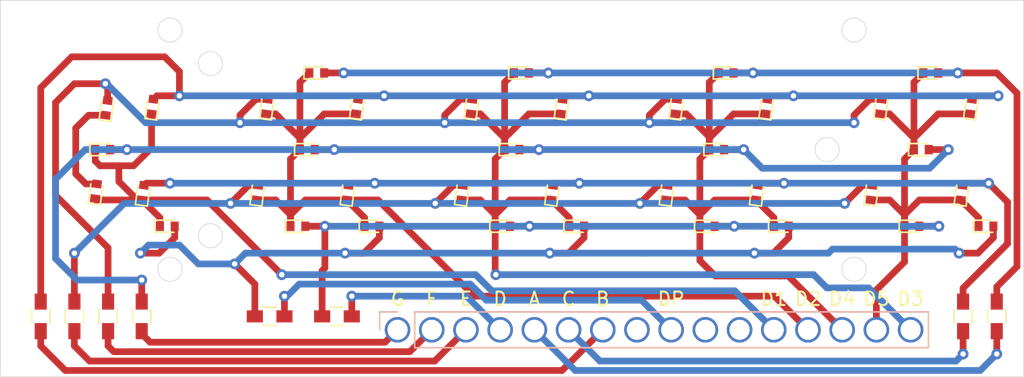
<source format=kicad_pcb>
(kicad_pcb (version 20221018) (generator pcbnew)
  (layers (0 "F.Cu" signal) (31 "B.Cu" signal) (34 "B.Paste" user) (35 "F.Paste" user) (36 "B.SilkS" user "B.Silkscreen") (37 "F.SilkS" user "F.Silkscreen") (38 "B.Mask" user) (39 "F.Mask" user) (44 "Edge.Cuts" user))
  (net 0 "")
  (net 1 "Net-(J1-Pad8)")
  (net 2 "Net-(J1-Pad10)")
  (net 3 "Net-(J1-Pad11)")
  (net 4 "D5")
  (net 5 "A")
  (net 6 "F")
  (net 7 "G")
  (net 8 "E")
  (net 9 "B")
  (net 10 "DP")
  (net 11 "C")
  (net 12 "D")
  (net 13 "D4")
  (net 14 "D1")
  (net 15 "D3")
  (net 16 "D2")
  (net 17 "Net-(D35-Pad1)")
  (net 18 "Net-(J1-Pad1)")
  (net 19 "Net-(J1-Pad2)")
  (net 20 "Net-(J1-Pad3)")
  (net 21 "Net-(J1-Pad4)")
  (net 22 "Net-(J1-Pad5)")
  (net 23 "Net-(J1-Pad6)")
  (net 24 "Net-(J1-Pad7)")
  (net 25 "Net-(J1-Pad9)")
  (footprint "LEDs:LED_0402" (layer "F.Cu") (at 89.1 25.4)
    (fp_text reference "D1" hide)
    (fp_text value "LED")
    (pad "1" smd rect (at -0.55 0 180) (size 0.6 0.7) (layers "F.Cu" "F.Paste" "F.Mask") (net 4 "D5"))
    (pad "2" smd rect (at 0.55 0 180) (size 0.6 0.7) (layers "F.Cu" "F.Paste" "F.Mask") (net 5 "A"))
  )
  (footprint "LEDs:LED_0402" (layer "F.Cu") (at 85.4 27.9 82.5)
    (fp_text reference "D2" hide)
    (fp_text value "LED")
    (pad "1" smd rect (at -0.55 0 262.5) (size 0.6 0.7) (layers "F.Cu" "F.Paste" "F.Mask") (net 4 "D5"))
    (pad "2" smd rect (at 0.55 0 262.5) (size 0.6 0.7) (layers "F.Cu" "F.Paste" "F.Mask") (net 6 "F"))
  )
  (footprint "LEDs:LED_0402" (layer "F.Cu") (at 88.4 31.1)
    (fp_text reference "D3" hide)
    (fp_text value "LED")
    (pad "1" smd rect (at -0.55 0 180) (size 0.6 0.7) (layers "F.Cu" "F.Paste" "F.Mask") (net 4 "D5"))
    (pad "2" smd rect (at 0.55 0 180) (size 0.6 0.7) (layers "F.Cu" "F.Paste" "F.Mask") (net 7 "G"))
  )
  (footprint "LEDs:LED_0402" (layer "F.Cu") (at 84.7 34.3 82.5)
    (fp_text reference "D4" hide)
    (fp_text value "LED")
    (pad "1" smd rect (at -0.55 0 262.5) (size 0.6 0.7) (layers "F.Cu" "F.Paste" "F.Mask") (net 4 "D5"))
    (pad "2" smd rect (at 0.55 0 262.5) (size 0.6 0.7) (layers "F.Cu" "F.Paste" "F.Mask") (net 8 "E"))
  )
  (footprint "LEDs:LED_0402" (layer "F.Cu") (at 92.1 27.9 82.5)
    (fp_text reference "D5" hide)
    (fp_text value "LED")
    (pad "1" smd rect (at -0.55 0 262.5) (size 0.6 0.7) (layers "F.Cu" "F.Paste" "F.Mask") (net 4 "D5"))
    (pad "2" smd rect (at 0.55 0 262.5) (size 0.6 0.7) (layers "F.Cu" "F.Paste" "F.Mask") (net 9 "B"))
  )
  (footprint "LEDs:LED_0402" (layer "F.Cu") (at 93.2 36.8)
    (fp_text reference "D6" hide)
    (fp_text value "LED")
    (pad "1" smd rect (at -0.55 0 180) (size 0.6 0.7) (layers "F.Cu" "F.Paste" "F.Mask") (net 4 "D5"))
    (pad "2" smd rect (at 0.55 0 180) (size 0.6 0.7) (layers "F.Cu" "F.Paste" "F.Mask") (net 10 "DP"))
  )
  (footprint "LEDs:LED_0402" (layer "F.Cu") (at 91.4 34.3 82.5)
    (fp_text reference "D7" hide)
    (fp_text value "LED")
    (pad "1" smd rect (at -0.55 0 262.5) (size 0.6 0.7) (layers "F.Cu" "F.Paste" "F.Mask") (net 4 "D5"))
    (pad "2" smd rect (at 0.55 0 262.5) (size 0.6 0.7) (layers "F.Cu" "F.Paste" "F.Mask") (net 11 "C"))
  )
  (footprint "LEDs:LED_0402" (layer "F.Cu") (at 87.7 36.8)
    (fp_text reference "D8" hide)
    (fp_text value "LED")
    (pad "1" smd rect (at -0.55 0 180) (size 0.6 0.7) (layers "F.Cu" "F.Paste" "F.Mask") (net 4 "D5"))
    (pad "2" smd rect (at 0.55 0 180) (size 0.6 0.7) (layers "F.Cu" "F.Paste" "F.Mask") (net 12 "D"))
  )
  (footprint "LEDs:LED_0402" (layer "F.Cu") (at 73.9 25.4)
    (fp_text reference "D9" hide)
    (fp_text value "LED")
    (pad "1" smd rect (at -0.55 0 180) (size 0.6 0.7) (layers "F.Cu" "F.Paste" "F.Mask") (net 13 "D4"))
    (pad "2" smd rect (at 0.55 0 180) (size 0.6 0.7) (layers "F.Cu" "F.Paste" "F.Mask") (net 5 "A"))
  )
  (footprint "LEDs:LED_0402" (layer "F.Cu") (at 70.2 27.9 82.5)
    (fp_text reference "D10" hide)
    (fp_text value "LED")
    (pad "1" smd rect (at -0.55 0 262.5) (size 0.6 0.7) (layers "F.Cu" "F.Paste" "F.Mask") (net 13 "D4"))
    (pad "2" smd rect (at 0.55 0 262.5) (size 0.6 0.7) (layers "F.Cu" "F.Paste" "F.Mask") (net 6 "F"))
  )
  (footprint "LEDs:LED_0402" (layer "F.Cu") (at 76.9 27.9 82.5)
    (fp_text reference "D11" hide)
    (fp_text value "LED")
    (pad "1" smd rect (at -0.55 0 262.5) (size 0.6 0.7) (layers "F.Cu" "F.Paste" "F.Mask") (net 13 "D4"))
    (pad "2" smd rect (at 0.55 0 262.5) (size 0.6 0.7) (layers "F.Cu" "F.Paste" "F.Mask") (net 9 "B"))
  )
  (footprint "LEDs:LED_0402" (layer "F.Cu") (at 73.2 31.1)
    (fp_text reference "D12" hide)
    (fp_text value "LED")
    (pad "1" smd rect (at -0.55 0 180) (size 0.6 0.7) (layers "F.Cu" "F.Paste" "F.Mask") (net 13 "D4"))
    (pad "2" smd rect (at 0.55 0 180) (size 0.6 0.7) (layers "F.Cu" "F.Paste" "F.Mask") (net 7 "G"))
  )
  (footprint "LEDs:LED_0402" (layer "F.Cu") (at 69.5 34.3 82.5)
    (fp_text reference "D13" hide)
    (fp_text value "LED")
    (pad "1" smd rect (at -0.55 0 262.5) (size 0.6 0.7) (layers "F.Cu" "F.Paste" "F.Mask") (net 13 "D4"))
    (pad "2" smd rect (at 0.55 0 262.5) (size 0.6 0.7) (layers "F.Cu" "F.Paste" "F.Mask") (net 8 "E"))
  )
  (footprint "LEDs:LED_0402" (layer "F.Cu") (at 76.2 34.3 82.5)
    (fp_text reference "D14" hide)
    (fp_text value "LED")
    (pad "1" smd rect (at -0.55 0 262.5) (size 0.6 0.7) (layers "F.Cu" "F.Paste" "F.Mask") (net 13 "D4"))
    (pad "2" smd rect (at 0.55 0 262.5) (size 0.6 0.7) (layers "F.Cu" "F.Paste" "F.Mask") (net 11 "C"))
  )
  (footprint "LEDs:LED_0402" (layer "F.Cu") (at 72.5 36.8)
    (fp_text reference "D15" hide)
    (fp_text value "LED")
    (pad "1" smd rect (at -0.55 0 180) (size 0.6 0.7) (layers "F.Cu" "F.Paste" "F.Mask") (net 13 "D4"))
    (pad "2" smd rect (at 0.55 0 180) (size 0.6 0.7) (layers "F.Cu" "F.Paste" "F.Mask") (net 12 "D"))
  )
  (footprint "LEDs:LED_0402" (layer "F.Cu") (at 78 36.8)
    (fp_text reference "D16" hide)
    (fp_text value "LED")
    (pad "1" smd rect (at -0.55 0 180) (size 0.6 0.7) (layers "F.Cu" "F.Paste" "F.Mask") (net 13 "D4"))
    (pad "2" smd rect (at 0.55 0 180) (size 0.6 0.7) (layers "F.Cu" "F.Paste" "F.Mask") (net 10 "DP"))
  )
  (footprint "LEDs:LED_0402" (layer "F.Cu") (at 31.3 27.9 82.5)
    (fp_text reference "D17" hide)
    (fp_text value "LED")
    (pad "1" smd rect (at -0.55 0 262.5) (size 0.6 0.7) (layers "F.Cu" "F.Paste" "F.Mask") (net 14 "D1"))
    (pad "2" smd rect (at 0.55 0 262.5) (size 0.6 0.7) (layers "F.Cu" "F.Paste" "F.Mask") (net 9 "B"))
  )
  (footprint "LEDs:LED_0402" (layer "F.Cu") (at 61.7 27.9 82.5)
    (fp_text reference "D18" hide)
    (fp_text value "LED")
    (pad "1" smd rect (at -0.55 0 262.5) (size 0.6 0.7) (layers "F.Cu" "F.Paste" "F.Mask") (net 15 "D3"))
    (pad "2" smd rect (at 0.55 0 262.5) (size 0.6 0.7) (layers "F.Cu" "F.Paste" "F.Mask") (net 9 "B"))
  )
  (footprint "LEDs:LED_0402" (layer "F.Cu") (at 58.7 25.4)
    (fp_text reference "D19" hide)
    (fp_text value "LED")
    (pad "1" smd rect (at -0.55 0 180) (size 0.6 0.7) (layers "F.Cu" "F.Paste" "F.Mask") (net 15 "D3"))
    (pad "2" smd rect (at 0.55 0 180) (size 0.6 0.7) (layers "F.Cu" "F.Paste" "F.Mask") (net 5 "A"))
  )
  (footprint "LEDs:LED_0402" (layer "F.Cu") (at 43.5 25.4)
    (fp_text reference "D20" hide)
    (fp_text value "LED")
    (pad "1" smd rect (at -0.55 0 180) (size 0.6 0.7) (layers "F.Cu" "F.Paste" "F.Mask") (net 16 "D2"))
    (pad "2" smd rect (at 0.55 0 180) (size 0.6 0.7) (layers "F.Cu" "F.Paste" "F.Mask") (net 5 "A"))
  )
  (footprint "LEDs:LED_0402" (layer "F.Cu") (at 55 27.9 82.5)
    (fp_text reference "D21" hide)
    (fp_text value "LED")
    (pad "1" smd rect (at -0.55 0 262.5) (size 0.6 0.7) (layers "F.Cu" "F.Paste" "F.Mask") (net 15 "D3"))
    (pad "2" smd rect (at 0.55 0 262.5) (size 0.6 0.7) (layers "F.Cu" "F.Paste" "F.Mask") (net 6 "F"))
  )
  (footprint "LEDs:LED_0402" (layer "F.Cu") (at 58 31.1)
    (fp_text reference "D22" hide)
    (fp_text value "LED")
    (pad "1" smd rect (at -0.55 0 180) (size 0.6 0.7) (layers "F.Cu" "F.Paste" "F.Mask") (net 15 "D3"))
    (pad "2" smd rect (at 0.55 0 180) (size 0.6 0.7) (layers "F.Cu" "F.Paste" "F.Mask") (net 7 "G"))
  )
  (footprint "LEDs:LED_0402" (layer "F.Cu") (at 61 34.3 82.5)
    (fp_text reference "D23" hide)
    (fp_text value "LED")
    (pad "1" smd rect (at -0.55 0 262.5) (size 0.6 0.7) (layers "F.Cu" "F.Paste" "F.Mask") (net 15 "D3"))
    (pad "2" smd rect (at 0.55 0 262.5) (size 0.6 0.7) (layers "F.Cu" "F.Paste" "F.Mask") (net 11 "C"))
  )
  (footprint "LEDs:LED_0402" (layer "F.Cu") (at 54.3 34.3 82.5)
    (fp_text reference "D24" hide)
    (fp_text value "LED")
    (pad "1" smd rect (at -0.55 0 262.5) (size 0.6 0.7) (layers "F.Cu" "F.Paste" "F.Mask") (net 15 "D3"))
    (pad "2" smd rect (at 0.55 0 262.5) (size 0.6 0.7) (layers "F.Cu" "F.Paste" "F.Mask") (net 8 "E"))
  )
  (footprint "LEDs:LED_0402" (layer "F.Cu") (at 57.3 36.8)
    (fp_text reference "D25" hide)
    (fp_text value "LED")
    (pad "1" smd rect (at -0.55 0 180) (size 0.6 0.7) (layers "F.Cu" "F.Paste" "F.Mask") (net 15 "D3"))
    (pad "2" smd rect (at 0.55 0 180) (size 0.6 0.7) (layers "F.Cu" "F.Paste" "F.Mask") (net 12 "D"))
  )
  (footprint "LEDs:LED_0402" (layer "F.Cu") (at 62.8 36.8)
    (fp_text reference "D26" hide)
    (fp_text value "LED")
    (pad "1" smd rect (at -0.55 0 180) (size 0.6 0.7) (layers "F.Cu" "F.Paste" "F.Mask") (net 15 "D3"))
    (pad "2" smd rect (at 0.55 0 180) (size 0.6 0.7) (layers "F.Cu" "F.Paste" "F.Mask") (net 10 "DP"))
  )
  (footprint "LEDs:LED_0402" (layer "F.Cu") (at 46.5 27.9 82.5)
    (fp_text reference "D27" hide)
    (fp_text value "LED")
    (pad "1" smd rect (at -0.55 0 262.5) (size 0.6 0.7) (layers "F.Cu" "F.Paste" "F.Mask") (net 16 "D2"))
    (pad "2" smd rect (at 0.55 0 262.5) (size 0.6 0.7) (layers "F.Cu" "F.Paste" "F.Mask") (net 9 "B"))
  )
  (footprint "LEDs:LED_0402" (layer "F.Cu") (at 42.8 31.1)
    (fp_text reference "D28" hide)
    (fp_text value "LED")
    (pad "1" smd rect (at -0.55 0 180) (size 0.6 0.7) (layers "F.Cu" "F.Paste" "F.Mask") (net 16 "D2"))
    (pad "2" smd rect (at 0.55 0 180) (size 0.6 0.7) (layers "F.Cu" "F.Paste" "F.Mask") (net 7 "G"))
  )
  (footprint "LEDs:LED_0402" (layer "F.Cu") (at 39.8 27.9 82.5)
    (fp_text reference "D29" hide)
    (fp_text value "LED")
    (pad "1" smd rect (at -0.55 0 262.5) (size 0.6 0.7) (layers "F.Cu" "F.Paste" "F.Mask") (net 16 "D2"))
    (pad "2" smd rect (at 0.55 0 262.5) (size 0.6 0.7) (layers "F.Cu" "F.Paste" "F.Mask") (net 6 "F"))
  )
  (footprint "LEDs:LED_0402" (layer "F.Cu") (at 45.8 34.3 82.5)
    (fp_text reference "D30" hide)
    (fp_text value "LED")
    (pad "1" smd rect (at -0.55 0 262.5) (size 0.6 0.7) (layers "F.Cu" "F.Paste" "F.Mask") (net 16 "D2"))
    (pad "2" smd rect (at 0.55 0 262.5) (size 0.6 0.7) (layers "F.Cu" "F.Paste" "F.Mask") (net 11 "C"))
  )
  (footprint "LEDs:LED_0402" (layer "F.Cu") (at 39.1 34.3 82.5)
    (fp_text reference "D31" hide)
    (fp_text value "LED")
    (pad "1" smd rect (at -0.55 0 262.5) (size 0.6 0.7) (layers "F.Cu" "F.Paste" "F.Mask") (net 16 "D2"))
    (pad "2" smd rect (at 0.55 0 262.5) (size 0.6 0.7) (layers "F.Cu" "F.Paste" "F.Mask") (net 8 "E"))
  )
  (footprint "LEDs:LED_0402" (layer "F.Cu") (at 42.1 36.8)
    (fp_text reference "D32" hide)
    (fp_text value "LED")
    (pad "1" smd rect (at -0.55 0 180) (size 0.6 0.7) (layers "F.Cu" "F.Paste" "F.Mask") (net 16 "D2"))
    (pad "2" smd rect (at 0.55 0 180) (size 0.6 0.7) (layers "F.Cu" "F.Paste" "F.Mask") (net 12 "D"))
  )
  (footprint "LEDs:LED_0402" (layer "F.Cu") (at 47.6 36.8)
    (fp_text reference "D33" hide)
    (fp_text value "LED")
    (pad "1" smd rect (at -0.55 0 180) (size 0.6 0.7) (layers "F.Cu" "F.Paste" "F.Mask") (net 16 "D2"))
    (pad "2" smd rect (at 0.55 0 180) (size 0.6 0.7) (layers "F.Cu" "F.Paste" "F.Mask") (net 10 "DP"))
  )
  (footprint "LEDs:LED_0402" (layer "F.Cu") (at 30.6 34.3 82.5)
    (fp_text reference "D34" hide)
    (fp_text value "LED")
    (pad "1" smd rect (at -0.55 0 262.5) (size 0.6 0.7) (layers "F.Cu" "F.Paste" "F.Mask") (net 14 "D1"))
    (pad "2" smd rect (at 0.55 0 262.5) (size 0.6 0.7) (layers "F.Cu" "F.Paste" "F.Mask") (net 11 "C"))
  )
  (footprint "LEDs:LED_0402" (layer "F.Cu") (at 27.9 28 82.5)
    (fp_text reference "D35" hide)
    (fp_text value "LED")
    (pad "1" smd rect (at -0.55 0 262.5) (size 0.6 0.7) (layers "F.Cu" "F.Paste" "F.Mask") (net 17 "Net-(D35-Pad1)"))
    (pad "2" smd rect (at 0.55 0 262.5) (size 0.6 0.7) (layers "F.Cu" "F.Paste" "F.Mask") (net 6 "F"))
  )
  (footprint "LEDs:LED_0402" (layer "F.Cu") (at 27.1 34.2 82.5)
    (fp_text reference "D36" hide)
    (fp_text value "LED")
    (pad "1" smd rect (at -0.55 0 262.5) (size 0.6 0.7) (layers "F.Cu" "F.Paste" "F.Mask") (net 14 "D1"))
    (pad "2" smd rect (at 0.55 0 262.5) (size 0.6 0.7) (layers "F.Cu" "F.Paste" "F.Mask") (net 17 "Net-(D35-Pad1)"))
  )
  (footprint "LEDs:LED_0402" (layer "F.Cu") (at 32.4 36.8)
    (fp_text reference "D37" hide)
    (fp_text value "LED")
    (pad "1" smd rect (at -0.55 0 180) (size 0.6 0.7) (layers "F.Cu" "F.Paste" "F.Mask") (net 14 "D1"))
    (pad "2" smd rect (at 0.55 0 180) (size 0.6 0.7) (layers "F.Cu" "F.Paste" "F.Mask") (net 10 "DP"))
  )
  (footprint "LEDs:LED_0402" (layer "F.Cu") (at 27.6 31.1)
    (fp_text reference "D38" hide)
    (fp_text value "LED")
    (pad "1" smd rect (at -0.55 0 180) (size 0.6 0.7) (layers "F.Cu" "F.Paste" "F.Mask") (net 14 "D1"))
    (pad "2" smd rect (at 0.55 0 180) (size 0.6 0.7) (layers "F.Cu" "F.Paste" "F.Mask") (net 7 "G"))
  )
  (footprint "Resistors_SMD:R_0603_HandSoldering" (layer "F.Cu") (at 30.5 43.5 -90)
    (fp_text reference "R1" hide)
    (fp_text value "2.2k")
    (pad "1" smd rect (at -1.1 0 270) (size 1.2 0.9) (layers "F.Cu" "F.Paste" "F.Mask") (net 7 "G"))
    (pad "2" smd rect (at 1.1 0 270) (size 1.2 0.9) (layers "F.Cu" "F.Paste" "F.Mask") (net 18 "Net-(J1-Pad1)"))
  )
  (footprint "Resistors_SMD:R_0603_HandSoldering" (layer "F.Cu") (at 28 43.5 -90)
    (fp_text reference "R2" hide)
    (fp_text value "2.2k")
    (pad "1" smd rect (at -1.1 0 270) (size 1.2 0.9) (layers "F.Cu" "F.Paste" "F.Mask") (net 6 "F"))
    (pad "2" smd rect (at 1.1 0 270) (size 1.2 0.9) (layers "F.Cu" "F.Paste" "F.Mask") (net 19 "Net-(J1-Pad2)"))
  )
  (footprint "Resistors_SMD:R_0603_HandSoldering" (layer "F.Cu") (at 25.5 43.5 -90)
    (fp_text reference "R3" hide)
    (fp_text value "2.2k")
    (pad "1" smd rect (at -1.1 0 270) (size 1.2 0.9) (layers "F.Cu" "F.Paste" "F.Mask") (net 8 "E"))
    (pad "2" smd rect (at 1.1 0 270) (size 1.2 0.9) (layers "F.Cu" "F.Paste" "F.Mask") (net 20 "Net-(J1-Pad3)"))
  )
  (footprint "Resistors_SMD:R_0603_HandSoldering" (layer "F.Cu") (at 45 43.5)
    (fp_text reference "R4" hide)
    (fp_text value "2.2k")
    (pad "1" smd rect (at -1.1 0) (size 1.2 0.9) (layers "F.Cu" "F.Paste" "F.Mask") (net 12 "D"))
    (pad "2" smd rect (at 1.1 0) (size 1.2 0.9) (layers "F.Cu" "F.Paste" "F.Mask") (net 21 "Net-(J1-Pad4)"))
  )
  (footprint "Resistors_SMD:R_0603_HandSoldering" (layer "F.Cu") (at 94 43.5 -90)
    (fp_text reference "R5" hide)
    (fp_text value "2.2k")
    (pad "1" smd rect (at -1.1 0 270) (size 1.2 0.9) (layers "F.Cu" "F.Paste" "F.Mask") (net 5 "A"))
    (pad "2" smd rect (at 1.1 0 270) (size 1.2 0.9) (layers "F.Cu" "F.Paste" "F.Mask") (net 22 "Net-(J1-Pad5)"))
  )
  (footprint "Resistors_SMD:R_0603_HandSoldering" (layer "F.Cu") (at 91.5 43.5 -90)
    (fp_text reference "R6" hide)
    (fp_text value "2.2k")
    (pad "1" smd rect (at -1.1 0 270) (size 1.2 0.9) (layers "F.Cu" "F.Paste" "F.Mask") (net 11 "C"))
    (pad "2" smd rect (at 1.1 0 270) (size 1.2 0.9) (layers "F.Cu" "F.Paste" "F.Mask") (net 23 "Net-(J1-Pad6)"))
  )
  (footprint "Resistors_SMD:R_0603_HandSoldering" (layer "F.Cu") (at 23 43.5 -90)
    (fp_text reference "R7" hide)
    (fp_text value "2.2k")
    (pad "1" smd rect (at -1.1 0 270) (size 1.2 0.9) (layers "F.Cu" "F.Paste" "F.Mask") (net 9 "B"))
    (pad "2" smd rect (at 1.1 0 270) (size 1.2 0.9) (layers "F.Cu" "F.Paste" "F.Mask") (net 24 "Net-(J1-Pad7)"))
  )
  (footprint "Resistors_SMD:R_0603_HandSoldering" (layer "F.Cu") (at 40 43.5)
    (fp_text reference "R8" hide)
    (fp_text value "2.2k")
    (pad "1" smd rect (at -1.1 0) (size 1.2 0.9) (layers "F.Cu" "F.Paste" "F.Mask") (net 10 "DP"))
    (pad "2" smd rect (at 1.1 0) (size 1.2 0.9) (layers "F.Cu" "F.Paste" "F.Mask") (net 25 "Net-(J1-Pad9)"))
  )
  (footprint "Pin_Headers:Pin_Header_Straight_1x16_Pitch2.54mm" (layer "B.Cu") (at 49.5 44.5 -90)
    (fp_text reference "J1" hide)
    (fp_text value "Conn_01x16" hide)
    (pad "1" thru_hole circle (at 0 0 270) (size 1.9 1.9) (drill 1.5) (layers "*.Cu" "*.Mask") (net 18 "Net-(J1-Pad1)"))
    (pad "2" thru_hole oval (at 0 -2.54 270) (size 1.9 1.9) (drill 1.5) (layers "*.Cu" "*.Mask") (net 19 "Net-(J1-Pad2)"))
    (pad "3" thru_hole oval (at 0 -5.08 270) (size 1.9 1.9) (drill 1.5) (layers "*.Cu" "*.Mask") (net 20 "Net-(J1-Pad3)"))
    (pad "4" thru_hole oval (at 0 -7.62 270) (size 1.9 1.9) (drill 1.5) (layers "*.Cu" "*.Mask") (net 21 "Net-(J1-Pad4)"))
    (pad "5" thru_hole oval (at 0 -10.16 270) (size 1.9 1.9) (drill 1.5) (layers "*.Cu" "*.Mask") (net 22 "Net-(J1-Pad5)"))
    (pad "6" thru_hole oval (at 0 -12.7 270) (size 1.9 1.9) (drill 1.5) (layers "*.Cu" "*.Mask") (net 23 "Net-(J1-Pad6)"))
    (pad "7" thru_hole oval (at 0 -15.24 270) (size 1.9 1.9) (drill 1.5) (layers "*.Cu" "*.Mask") (net 24 "Net-(J1-Pad7)"))
    (pad "8" thru_hole oval (at 0 -17.78 270) (size 1.9 1.9) (drill 1.5) (layers "*.Cu" "*.Mask") (net 1 "Net-(J1-Pad8)"))
    (pad "9" thru_hole oval (at 0 -20.32 270) (size 1.9 1.9) (drill 1.5) (layers "*.Cu" "*.Mask") (net 25 "Net-(J1-Pad9)"))
    (pad "10" thru_hole oval (at 0 -22.86 270) (size 1.9 1.9) (drill 1.5) (layers "*.Cu" "*.Mask") (net 2 "Net-(J1-Pad10)"))
    (pad "11" thru_hole oval (at 0 -25.4 270) (size 1.9 1.9) (drill 1.5) (layers "*.Cu" "*.Mask") (net 3 "Net-(J1-Pad11)"))
    (pad "12" thru_hole oval (at 0 -27.94 270) (size 1.9 1.9) (drill 1.5) (layers "*.Cu" "*.Mask") (net 14 "D1"))
    (pad "13" thru_hole oval (at 0 -30.48 270) (size 1.9 1.9) (drill 1.5) (layers "*.Cu" "*.Mask") (net 16 "D2"))
    (pad "14" thru_hole oval (at 0 -33.02 270) (size 1.9 1.9) (drill 1.5) (layers "*.Cu" "*.Mask") (net 13 "D4"))
    (pad "15" thru_hole oval (at 0 -35.56 270) (size 1.9 1.9) (drill 1.5) (layers "*.Cu" "*.Mask") (net 4 "D5"))
    (pad "16" thru_hole oval (at 0 -38.1 270) (size 1.9 1.9) (drill 1.5) (layers "*.Cu" "*.Mask") (net 15 "D3"))
  )
  (gr_line (start 96 20) (end 96 48) (stroke (width 0.05)) (layer "Edge.Cuts"))
  (gr_circle (center 35.6 24.7) (end 36.5 24.7) (stroke (width 0.05)) (fill none) (layer "Edge.Cuts"))
  (gr_circle (center 35.6 37.5) (end 36.5 37.5) (stroke (width 0.05)) (fill none) (layer "Edge.Cuts"))
  (gr_circle (center 32.6 40) (end 33.5 40) (stroke (width 0.05)) (fill none) (layer "Edge.Cuts"))
  (gr_circle (center 83.4 22.2) (end 84.3 22.2) (stroke (width 0.05)) (fill none) (layer "Edge.Cuts"))
  (gr_circle (center 83.4 40) (end 84.3 40) (stroke (width 0.05)) (fill none) (layer "Edge.Cuts"))
  (gr_circle (center 81.4 31.1) (end 82.3 31.1) (stroke (width 0.05)) (fill none) (layer "Edge.Cuts"))
  (gr_circle (center 32.6 22.2) (end 33.5 22.2) (stroke (width 0.05)) (fill none) (layer "Edge.Cuts"))
  (gr_line (start 20 20) (end 96 20) (stroke (width 0.05)) (layer "Edge.Cuts"))
  (gr_line (start 20 20) (end 20 48) (stroke (width 0.05)) (layer "Edge.Cuts"))
  (gr_line (start 20 48) (end 96 48) (stroke (width 0.05)) (layer "Edge.Cuts"))
  (gr_text "E" (at 54.58 42.2) (layer "F.SilkS") (effects (font (size 1 1))))
  (gr_text "D3" (at 87.6 42.2) (layer "F.SilkS") (effects (font (size 1 1))))
  (gr_text "B" (at 64.74 42.2) (layer "F.SilkS") (effects (font (size 1 1))))
  (gr_text "F" (at 52.04 42.2) (layer "F.SilkS") (effects (font (size 1 1))))
  (gr_text "D1" (at 77.44 42.2) (layer "F.SilkS") (effects (font (size 1 1))))
  (gr_text "D5" (at 85.06 42.2) (layer "F.SilkS") (effects (font (size 1 1))))
  (gr_text "D2" (at 79.98 42.2) (layer "F.SilkS") (effects (font (size 1 1))))
  (gr_text "A" (at 59.66 42.2) (layer "F.SilkS") (effects (font (size 1 1))))
  (gr_text "D" (at 57.12 42.2) (layer "F.SilkS") (effects (font (size 1 1))))
  (gr_text "G" (at 49.5 42.2) (layer "F.SilkS") (effects (font (size 1 1))))
  (gr_text "C" (at 62.2 42.2) (layer "F.SilkS") (effects (font (size 1 1))))
  (gr_text "DP" (at 69.82 42.2) (layer "F.SilkS") (effects (font (size 1 1))))
  (gr_text "D4" (at 82.52 42.2) (layer "F.SilkS") (effects (font (size 1 1))))
  (segment (start 87.15 31.8) (end 87.15 36.8) (width 0.5) (layer "F.Cu") (net 4))
  (segment (start 87.85 26.1) (end 87.85 31.1) (width 0.5) (layer "F.Cu") (net 4))
  (segment (start 86.245295 28.645295) (end 87.85 30.25) (width 0.5) (layer "F.Cu") (net 4))
  (segment (start 88.254705 34.845295) (end 87.15 35.95) (width 0.5) (layer "F.Cu") (net 4))
  (segment (start 91.328211 34.845295) (end 88.254705 34.845295) (width 0.5) (layer "F.Cu") (net 4))
  (segment (start 87.15 36.439998) (end 87.15 36.8) (width 0.5) (layer "F.Cu") (net 4))
  (segment (start 87.15 36.8) (end 87.15 39.45) (width 0.5) (layer "F.Cu") (net 4))
  (segment (start 88.55 25.4) (end 87.85 26.1) (width 0.5) (layer "F.Cu") (net 4))
  (segment (start 87.85 31.1) (end 87.15 31.8) (width 0.5) (layer "F.Cu") (net 4))
  (segment (start 92.028211 28.445295) (end 89.654705 28.445295) (width 0.5) (layer "F.Cu") (net 4))
  (segment (start 87.15 39.45) (end 85.06 41.54) (width 0.5) (layer "F.Cu") (net 4))
  (segment (start 84.628211 34.845295) (end 86.045295 34.845295) (width 0.5) (layer "F.Cu") (net 4))
  (segment (start 86.045295 28.445295) (end 86.245295 28.645295) (width 0.5) (layer "F.Cu") (net 4))
  (segment (start 92.65 36.8) (end 92.65 36.167084) (width 0.5) (layer "F.Cu") (net 4))
  (segment (start 87.15 35.95) (end 87.15 36.8) (width 0.5) (layer "F.Cu") (net 4))
  (segment (start 85.328211 28.445295) (end 86.045295 28.445295) (width 0.5) (layer "F.Cu") (net 4))
  (segment (start 92.65 36.167084) (end 91.328211 34.845295) (width 0.5) (layer "F.Cu") (net 4))
  (segment (start 89.454705 28.645295) (end 87.85 30.25) (width 0.5) (layer "F.Cu") (net 4))
  (segment (start 89.654705 28.445295) (end 89.454705 28.645295) (width 0.5) (layer "F.Cu") (net 4))
  (segment (start 87.85 30.25) (end 87.85 31.1) (width 0.5) (layer "F.Cu") (net 4))
  (segment (start 86.045295 34.845295) (end 87.15 35.95) (width 0.5) (layer "F.Cu") (net 4))
  (segment (start 85.06 44.5) (end 85.06 41.54) (width 0.5) (layer "F.Cu") (net 4))
  (segment (start 94 25.4) (end 95.5 26.9) (width 0.5) (layer "F.Cu") (net 5))
  (segment (start 44.05 25.4) (end 45.5 25.4) (width 0.5) (layer "F.Cu") (net 5))
  (segment (start 59.25 25.4) (end 60.7 25.4) (width 0.5) (layer "F.Cu") (net 5))
  (segment (start 95.5 26.9) (end 95.5 39.8) (width 0.5) (layer "F.Cu") (net 5))
  (segment (start 89.65 25.4) (end 91.1 25.4) (width 0.5) (layer "F.Cu") (net 5))
  (segment (start 95.5 39.8) (end 94 41.3) (width 0.5) (layer "F.Cu") (net 5))
  (segment (start 91.1 25.4) (end 94 25.4) (width 0.5) (layer "F.Cu") (net 5))
  (segment (start 94 41.3) (end 94 42.4) (width 0.5) (layer "F.Cu") (net 5))
  (segment (start 74.45 25.4) (end 75.9 25.4) (width 0.5) (layer "F.Cu") (net 5))
  (via (at 91.1 25.4) (size 0.8) (drill 0.4) (layers "F.Cu" "B.Cu") (net 5))
  (via (at 45.5 25.4) (size 0.8) (drill 0.4) (layers "F.Cu" "B.Cu") (net 5))
  (via (at 60.7 25.4) (size 0.8) (drill 0.4) (layers "F.Cu" "B.Cu") (net 5))
  (via (at 75.9 25.4) (size 0.8) (drill 0.4) (layers "F.Cu" "B.Cu") (net 5))
  (segment (start 45.5 25.4) (end 91.1 25.4) (width 0.5) (layer "B.Cu") (net 5))
  (segment (start 84.57961 27.354705) (end 85.471789 27.354705) (width 0.5) (layer "F.Cu") (net 6))
  (segment (start 37.8 29.1) (end 37.8 28.534315) (width 0.5) (layer "F.Cu") (net 6))
  (segment (start 24.1 27.6) (end 25.5 26.2) (width 0.5) (layer "F.Cu") (net 6))
  (segment (start 27.971789 26.371789) (end 27.8 26.2) (width 0.5) (layer "F.Cu") (net 6))
  (segment (start 53 29.1) (end 53 28.534315) (width 0.5) (layer "F.Cu") (net 6))
  (segment (start 54.17961 27.354705) (end 55.071789 27.354705) (width 0.5) (layer "F.Cu") (net 6))
  (segment (start 37.8 28.534315) (end 38.97961 27.354705) (width 0.5) (layer "F.Cu") (net 6))
  (segment (start 68.2 28.534315) (end 69.37961 27.354705) (width 0.5) (layer "F.Cu") (net 6))
  (segment (start 83.4 28.534315) (end 84.57961 27.354705) (width 0.5) (layer "F.Cu") (net 6))
  (segment (start 68.2 29.1) (end 68.2 28.534315) (width 0.5) (layer "F.Cu") (net 6))
  (segment (start 27.971789 27.454705) (end 27.971789 26.371789) (width 0.5) (layer "F.Cu") (net 6))
  (segment (start 25.5 26.2) (end 27.8 26.2) (width 0.5) (layer "F.Cu") (net 6))
  (segment (start 28 42.4) (end 28 38.4) (width 0.5) (layer "F.Cu") (net 6))
  (segment (start 38.97961 27.354705) (end 39.871789 27.354705) (width 0.5) (layer "F.Cu") (net 6))
  (segment (start 53 28.534315) (end 54.17961 27.354705) (width 0.5) (layer "F.Cu") (net 6))
  (segment (start 28 38.4) (end 24.1 34.5) (width 0.5) (layer "F.Cu") (net 6))
  (segment (start 69.37961 27.354705) (end 70.271789 27.354705) (width 0.5) (layer "F.Cu") (net 6))
  (segment (start 83.4 29.1) (end 83.4 28.534315) (width 0.5) (layer "F.Cu") (net 6))
  (segment (start 24.1 34.5) (end 24.1 27.6) (width 0.5) (layer "F.Cu") (net 6))
  (via (at 53 29.1) (size 0.8) (drill 0.4) (layers "F.Cu" "B.Cu") (net 6))
  (via (at 83.4 29.1) (size 0.8) (drill 0.4) (layers "F.Cu" "B.Cu") (net 6))
  (via (at 68.2 29.1) (size 0.8) (drill 0.4) (layers "F.Cu" "B.Cu") (net 6))
  (via (at 27.8 26.2) (size 0.8) (drill 0.4) (layers "F.Cu" "B.Cu") (net 6))
  (via (at 37.8 29.1) (size 0.8) (drill 0.4) (layers "F.Cu" "B.Cu") (net 6))
  (segment (start 37.8 29.1) (end 83.4 29.1) (width 0.5) (layer "B.Cu") (net 6))
  (segment (start 30.8 29.1) (end 37.8 29.1) (width 0.5) (layer "B.Cu") (net 6))
  (segment (start 30.8 29.1) (end 27.9 26.2) (width 0.5) (layer "B.Cu") (net 6))
  (segment (start 43.35 31.1) (end 44.8 31.1) (width 0.5) (layer "F.Cu") (net 7))
  (segment (start 88.95 31.1) (end 90.4 31.1) (width 0.5) (layer "F.Cu") (net 7))
  (segment (start 73.75 31.1) (end 75.2 31.1) (width 0.5) (layer "F.Cu") (net 7))
  (segment (start 58.55 31.1) (end 60 31.1) (width 0.5) (layer "F.Cu") (net 7))
  (segment (start 28.15 31.1) (end 29.4 31.1) (width 0.5) (layer "F.Cu") (net 7))
  (segment (start 30.5 42.4) (end 30.5 40.8) (width 0.5) (layer "F.Cu") (net 7))
  (via (at 44.8 31.1) (size 0.8) (drill 0.4) (layers "F.Cu" "B.Cu") (net 7))
  (via (at 60 31.1) (size 0.8) (drill 0.4) (layers "F.Cu" "B.Cu") (net 7))
  (via (at 75.2 31.1) (size 0.8) (drill 0.4) (layers "F.Cu" "B.Cu") (net 7))
  (via (at 90.4 31.1) (size 0.8) (drill 0.4) (layers "F.Cu" "B.Cu") (net 7))
  (via (at 30.5 40.8) (size 0.8) (drill 0.4) (layers "F.Cu" "B.Cu") (net 7))
  (via (at 29.4 31.1) (size 0.8) (drill 0.4) (layers "F.Cu" "B.Cu") (net 7))
  (segment (start 75.2 31.1) (end 76.586586 32.486586) (width 0.5) (layer "B.Cu") (net 7))
  (segment (start 89.013414 32.486586) (end 90.4 31.1) (width 0.5) (layer "B.Cu") (net 7))
  (segment (start 25.7 40.8) (end 24.1 39.2) (width 0.5) (layer "B.Cu") (net 7))
  (segment (start 26.3 31.1) (end 29.4 31.1) (width 0.5) (layer "B.Cu") (net 7))
  (segment (start 24.1 33.3) (end 26.3 31.1) (width 0.5) (layer "B.Cu") (net 7))
  (segment (start 29.4 31.1) (end 75.2 31.1) (width 0.5) (layer "B.Cu") (net 7))
  (segment (start 24.1 39.2) (end 24.1 33.3) (width 0.5) (layer "B.Cu") (net 7))
  (segment (start 30.5 40.8) (end 25.7 40.8) (width 0.5) (layer "B.Cu") (net 7))
  (segment (start 76.586586 32.486586) (end 89.013414 32.486586) (width 0.5) (layer "B.Cu") (net 7))
  (segment (start 69.571789 33.754705) (end 68.845295 33.754705) (width 0.5) (layer "F.Cu") (net 8))
  (segment (start 39.171789 33.754705) (end 38.445295 33.754705) (width 0.5) (layer "F.Cu") (net 8))
  (segment (start 84.045295 33.754705) (end 82.7 35.1) (width 0.5) (layer "F.Cu") (net 8))
  (segment (start 84.771789 33.754705) (end 84.045295 33.754705) (width 0.5) (layer "F.Cu") (net 8))
  (segment (start 68.845295 33.754705) (end 67.5 35.1) (width 0.5) (layer "F.Cu") (net 8))
  (segment (start 53.645295 33.754705) (end 52.3 35.1) (width 0.5) (layer "F.Cu") (net 8))
  (segment (start 25.5 42.4) (end 25.5 38.8) (width 0.5) (layer "F.Cu") (net 8))
  (segment (start 54.371789 33.754705) (end 53.645295 33.754705) (width 0.5) (layer "F.Cu") (net 8))
  (segment (start 38.445295 33.754705) (end 37.1 35.1) (width 0.5) (layer "F.Cu") (net 8))
  (via (at 52.3 35.1) (size 0.8) (drill 0.4) (layers "F.Cu" "B.Cu") (net 8))
  (via (at 67.5 35.1) (size 0.8) (drill 0.4) (layers "F.Cu" "B.Cu") (net 8))
  (via (at 82.7 35.1) (size 0.8) (drill 0.4) (layers "F.Cu" "B.Cu") (net 8))
  (via (at 25.5 38.8) (size 0.8) (drill 0.4) (layers "F.Cu" "B.Cu") (net 8))
  (via (at 37.1 35.1) (size 0.8) (drill 0.4) (layers "F.Cu" "B.Cu") (net 8))
  (segment (start 29.2 35.1) (end 25.5 38.8) (width 0.5) (layer "B.Cu") (net 8))
  (segment (start 37.1 35.1) (end 29.2 35.1) (width 0.5) (layer "B.Cu") (net 8))
  (segment (start 37.1 35.1) (end 82.7 35.1) (width 0.5) (layer "B.Cu") (net 8))
  (segment (start 62.026494 27.1) (end 61.771789 27.354705) (width 0.5) (layer "F.Cu") (net 9))
  (segment (start 48.5 27.1) (end 46.826494 27.1) (width 0.5) (layer "F.Cu") (net 9))
  (segment (start 77.226494 27.1) (end 76.971789 27.354705) (width 0.5) (layer "F.Cu") (net 9))
  (segment (start 23 26.5) (end 25.3 24.2) (width 0.5) (layer "F.Cu") (net 9))
  (segment (start 33.3 25.3) (end 33.3 27.1) (width 0.5) (layer "F.Cu") (net 9))
  (segment (start 92.426494 27.1) (end 92.171789 27.354705) (width 0.5) (layer "F.Cu") (net 9))
  (segment (start 32.2 24.2) (end 33.3 25.3) (width 0.5) (layer "F.Cu") (net 9))
  (segment (start 25.3 24.2) (end 32.2 24.2) (width 0.5) (layer "F.Cu") (net 9))
  (segment (start 23 42.4) (end 23 26.5) (width 0.5) (layer "F.Cu") (net 9))
  (segment (start 94.1 27.1) (end 92.426494 27.1) (width 0.5) (layer "F.Cu") (net 9))
  (segment (start 33.3 27.1) (end 31.626494 27.1) (width 0.5) (layer "F.Cu") (net 9))
  (segment (start 63.7 27.1) (end 62.026494 27.1) (width 0.5) (layer "F.Cu") (net 9))
  (segment (start 46.826494 27.1) (end 46.571789 27.354705) (width 0.5) (layer "F.Cu") (net 9))
  (segment (start 78.9 27.1) (end 77.226494 27.1) (width 0.5) (layer "F.Cu") (net 9))
  (segment (start 31.626494 27.1) (end 31.371789 27.354705) (width 0.5) (layer "F.Cu") (net 9))
  (via (at 33.3 27.1) (size 0.8) (drill 0.4) (layers "F.Cu" "B.Cu") (net 9))
  (via (at 63.7 27.1) (size 0.8) (drill 0.4) (layers "F.Cu" "B.Cu") (net 9))
  (via (at 78.9 27.1) (size 0.8) (drill 0.4) (layers "F.Cu" "B.Cu") (net 9))
  (via (at 94.1 27.1) (size 0.8) (drill 0.4) (layers "F.Cu" "B.Cu") (net 9))
  (via (at 48.5 27.1) (size 0.8) (drill 0.4) (layers "F.Cu" "B.Cu") (net 9))
  (segment (start 33.3 27.1) (end 94.1 27.1) (width 0.5) (layer "B.Cu") (net 9))
  (segment (start 93.75 36.8) (end 93.75 37.65) (width 0.5) (layer "F.Cu") (net 10))
  (segment (start 62.2 38.8) (end 60.8 38.8) (width 0.5) (layer "F.Cu") (net 10))
  (segment (start 38.9 43.5) (end 38.9 41.1) (width 0.5) (layer "F.Cu") (net 10))
  (segment (start 78.55 36.8) (end 78.55 37.65) (width 0.5) (layer "F.Cu") (net 10))
  (segment (start 38.9 41.1) (end 37.4 39.6) (width 0.5) (layer "F.Cu") (net 10))
  (segment (start 47 38.8) (end 45.6 38.8) (width 0.5) (layer "F.Cu") (net 10))
  (segment (start 77.4 38.8) (end 76 38.8) (width 0.5) (layer "F.Cu") (net 10))
  (segment (start 63.35 36.8) (end 63.35 37.65) (width 0.5) (layer "F.Cu") (net 10))
  (segment (start 48.15 36.8) (end 48.15 37.65) (width 0.5) (layer "F.Cu") (net 10))
  (segment (start 92.6 38.8) (end 91.2 38.8) (width 0.5) (layer "F.Cu") (net 10))
  (segment (start 32.95 36.8) (end 32.95 37.65) (width 0.5) (layer "F.Cu") (net 10))
  (segment (start 31.8 38.8) (end 30.4 38.8) (width 0.5) (layer "F.Cu") (net 10))
  (segment (start 48.15 37.65) (end 47 38.8) (width 0.5) (layer "F.Cu") (net 10))
  (segment (start 78.55 37.65) (end 77.4 38.8) (width 0.5) (layer "F.Cu") (net 10))
  (segment (start 93.75 37.65) (end 92.6 38.8) (width 0.5) (layer "F.Cu") (net 10))
  (segment (start 32.95 37.65) (end 31.8 38.8) (width 0.5) (layer "F.Cu") (net 10))
  (segment (start 63.35 37.65) (end 62.2 38.8) (width 0.5) (layer "F.Cu") (net 10))
  (via (at 60.8 38.8) (size 0.8) (drill 0.4) (layers "F.Cu" "B.Cu") (net 10))
  (via (at 76 38.8) (size 0.8) (drill 0.4) (layers "F.Cu" "B.Cu") (net 10))
  (via (at 91.2 38.8) (size 0.8) (drill 0.4) (layers "F.Cu" "B.Cu") (net 10))
  (via (at 30.4 38.8) (size 0.8) (drill 0.4) (layers "F.Cu" "B.Cu") (net 10))
  (via (at 37.4 39.6) (size 0.8) (drill 0.4) (layers "F.Cu" "B.Cu") (net 10))
  (via (at 45.6 38.8) (size 0.8) (drill 0.4) (layers "F.Cu" "B.Cu") (net 10))
  (segment (start 68 38.8) (end 76 38.8) (width 0.5) (layer "B.Cu") (net 10))
  (segment (start 81.5 38.8) (end 81.8 38.5) (width 0.5) (layer "B.Cu") (net 10))
  (segment (start 45.6 38.8) (end 38.2 38.8) (width 0.5) (layer "B.Cu") (net 10))
  (segment (start 76 38.8) (end 81.5 38.8) (width 0.5) (layer "B.Cu") (net 10))
  (segment (start 81.8 38.5) (end 90.9 38.5) (width 0.5) (layer "B.Cu") (net 10))
  (segment (start 31 38.2) (end 33.3 38.2) (width 0.5) (layer "B.Cu") (net 10))
  (segment (start 38.2 38.8) (end 37.4 39.6) (width 0.5) (layer "B.Cu") (net 10))
  (segment (start 31 38.2) (end 30.4 38.8) (width 0.5) (layer "B.Cu") (net 10))
  (segment (start 90.9 38.5) (end 91.2 38.8) (width 0.5) (layer "B.Cu") (net 10))
  (segment (start 33.3 38.2) (end 34.7 39.6) (width 0.5) (layer "B.Cu") (net 10))
  (segment (start 37.4 39.6) (end 34.7 39.6) (width 0.5) (layer "B.Cu") (net 10))
  (segment (start 45.6 38.8) (end 68 38.8) (width 0.5) (layer "B.Cu") (net 10))
  (segment (start 32.6 33.6) (end 30.826494 33.6) (width 0.5) (layer "F.Cu") (net 11))
  (segment (start 46.026494 33.6) (end 45.871789 33.754705) (width 0.5) (layer "F.Cu") (net 11))
  (segment (start 61.226494 33.6) (end 61.071789 33.754705) (width 0.5) (layer "F.Cu") (net 11))
  (segment (start 63 33.6) (end 61.226494 33.6) (width 0.5) (layer "F.Cu") (net 11))
  (segment (start 30.826494 33.6) (end 30.671789 33.754705) (width 0.5) (layer "F.Cu") (net 11))
  (segment (start 93.4 33.6) (end 91.626494 33.6) (width 0.5) (layer "F.Cu") (net 11))
  (segment (start 94.8 38.1) (end 94.8 35) (width 0.5) (layer "F.Cu") (net 11))
  (segment (start 91.5 41.4) (end 94.8 38.1) (width 0.5) (layer "F.Cu") (net 11))
  (segment (start 78.2 33.6) (end 76.426494 33.6) (width 0.5) (layer "F.Cu") (net 11))
  (segment (start 91.626494 33.6) (end 91.471789 33.754705) (width 0.5) (layer "F.Cu") (net 11))
  (segment (start 91.5 42.4) (end 91.5 41.4) (width 0.5) (layer "F.Cu") (net 11))
  (segment (start 47.8 33.6) (end 46.026494 33.6) (width 0.5) (layer "F.Cu") (net 11))
  (segment (start 76.426494 33.6) (end 76.271789 33.754705) (width 0.5) (layer "F.Cu") (net 11))
  (segment (start 94.8 35) (end 93.4 33.6) (width 0.5) (layer "F.Cu") (net 11))
  (via (at 32.6 33.6) (size 0.8) (drill 0.4) (layers "F.Cu" "B.Cu") (net 11))
  (via (at 63 33.6) (size 0.8) (drill 0.4) (layers "F.Cu" "B.Cu") (net 11))
  (via (at 78.2 33.6) (size 0.8) (drill 0.4) (layers "F.Cu" "B.Cu") (net 11))
  (via (at 93.4 33.6) (size 0.8) (drill 0.4) (layers "F.Cu" "B.Cu") (net 11))
  (via (at 47.8 33.6) (size 0.8) (drill 0.4) (layers "F.Cu" "B.Cu") (net 11))
  (segment (start 32.6 33.6) (end 93.4 33.6) (width 0.5) (layer "B.Cu") (net 11))
  (segment (start 88.25 36.8) (end 89.7 36.8) (width 0.5) (layer "F.Cu") (net 12))
  (segment (start 73.05 36.8) (end 74.5 36.8) (width 0.5) (layer "F.Cu") (net 12))
  (segment (start 43.9 43.5) (end 43.9 40.1) (width 0.5) (layer "F.Cu") (net 12))
  (segment (start 43.9 40.1) (end 44.1 39.9) (width 0.5) (layer "F.Cu") (net 12))
  (segment (start 44.1 39.9) (end 44.1 36.8) (width 0.5) (layer "F.Cu") (net 12))
  (segment (start 57.85 36.8) (end 59.3 36.8) (width 0.5) (layer "F.Cu") (net 12))
  (segment (start 42.65 36.8) (end 44.1 36.8) (width 0.5) (layer "F.Cu") (net 12))
  (via (at 59.3 36.8) (size 0.8) (drill 0.4) (layers "F.Cu" "B.Cu") (net 12))
  (via (at 74.5 36.8) (size 0.8) (drill 0.4) (layers "F.Cu" "B.Cu") (net 12))
  (via (at 89.7 36.8) (size 0.8) (drill 0.4) (layers "F.Cu" "B.Cu") (net 12))
  (via (at 44.1 36.8) (size 0.8) (drill 0.4) (layers "F.Cu" "B.Cu") (net 12))
  (segment (start 44.1 36.8) (end 89.7 36.8) (width 0.5) (layer "B.Cu") (net 12))
  (segment (start 74.454705 28.445295) (end 72.65 30.25) (width 0.5) (layer "F.Cu") (net 13))
  (segment (start 69.428211 34.845295) (end 70.845295 34.845295) (width 0.5) (layer "F.Cu") (net 13))
  (segment (start 73.35 25.4) (end 72.65 26.1) (width 0.5) (layer "F.Cu") (net 13))
  (segment (start 73.1 40.5) (end 71.95 39.35) (width 0.5) (layer "F.Cu") (net 13))
  (segment (start 72.65 30.15) (end 72.65 31.1) (width 0.5) (layer "F.Cu") (net 13))
  (segment (start 76.828211 28.445295) (end 74.454705 28.445295) (width 0.5) (layer "F.Cu") (net 13))
  (segment (start 72.65 31.1) (end 71.95 31.8) (width 0.5) (layer "F.Cu") (net 13))
  (segment (start 71.95 36.439998) (end 71.95 36.8) (width 0.5) (layer "F.Cu") (net 13))
  (segment (start 78.52 40.5) (end 77.9 40.5) (width 0.5) (layer "F.Cu") (net 13))
  (segment (start 77.45 36.167084) (end 76.128211 34.845295) (width 0.5) (layer "F.Cu") (net 13))
  (segment (start 70.945295 28.445295) (end 71.145295 28.645295) (width 0.5) (layer "F.Cu") (net 13))
  (segment (start 76.128211 34.845295) (end 73.054705 34.845295) (width 0.5) (layer "F.Cu") (net 13))
  (segment (start 72.65 30.25) (end 72.65 31.1) (width 0.5) (layer "F.Cu") (net 13))
  (segment (start 71.145295 28.645295) (end 72.65 30.15) (width 0.5) (layer "F.Cu") (net 13))
  (segment (start 72.65 26.1) (end 72.65 30.15) (width 0.5) (layer "F.Cu") (net 13))
  (segment (start 70.128211 28.445295) (end 70.945295 28.445295) (width 0.5) (layer "F.Cu") (net 13))
  (segment (start 77.45 36.8) (end 77.45 36.167084) (width 0.5) (layer "F.Cu") (net 13))
  (segment (start 71.95 35.95) (end 71.95 36.8) (width 0.5) (layer "F.Cu") (net 13))
  (segment (start 77.9 40.5) (end 73.1 40.5) (width 0.5) (layer "F.Cu") (net 13))
  (segment (start 82.52 44.5) (end 78.52 40.5) (width 0.5) (layer "F.Cu") (net 13))
  (segment (start 71.95 39.35) (end 71.95 36.8) (width 0.5) (layer "F.Cu") (net 13))
  (segment (start 70.845295 34.845295) (end 71.95 35.95) (width 0.5) (layer "F.Cu") (net 13))
  (segment (start 71.95 31.8) (end 71.95 36.8) (width 0.5) (layer "F.Cu") (net 13))
  (segment (start 73.054705 34.845295) (end 71.95 35.95) (width 0.5) (layer "F.Cu") (net 13))
  (segment (start 30.528211 34.845295) (end 27.128211 34.845295) (width 0.5) (layer "F.Cu") (net 14))
  (segment (start 40.9 40.4) (end 35.345295 34.845295) (width 0.5) (layer "F.Cu") (net 14))
  (segment (start 31.85 36.8) (end 31.85 36.167084) (width 0.5) (layer "F.Cu") (net 14))
  (segment (start 27.128211 34.845295) (end 27.028211 34.745295) (width 0.5) (layer "F.Cu") (net 14))
  (segment (start 29.9 32.3) (end 28.8 32.3) (width 0.5) (layer "F.Cu") (net 14))
  (segment (start 28.8 33.470104) (end 28.8 32.3) (width 0.5) (layer "F.Cu") (net 14))
  (segment (start 31.228211 30.971789) (end 29.9 32.3) (width 0.5) (layer "F.Cu") (net 14))
  (segment (start 35.345295 34.845295) (end 30.528211 34.845295) (width 0.5) (layer "F.Cu") (net 14))
  (segment (start 31.85 36.167084) (end 30.528211 34.845295) (width 0.5) (layer "F.Cu") (net 14))
  (segment (start 31.228211 28.645295) (end 31.228211 30.971789) (width 0.5) (layer "F.Cu") (net 14))
  (segment (start 30.528211 34.845295) (end 30.175191 34.845295) (width 0.5) (layer "F.Cu") (net 14))
  (segment (start 27.4 32.3) (end 27.05 31.95) (width 0.5) (layer "F.Cu") (net 14))
  (segment (start 27.05 31.95) (end 27.05 31.1) (width 0.5) (layer "F.Cu") (net 14))
  (segment (start 30.175191 34.845295) (end 28.8 33.470104) (width 0.5) (layer "F.Cu") (net 14))
  (segment (start 28.8 32.3) (end 27.4 32.3) (width 0.5) (layer "F.Cu") (net 14))
  (via (at 40.9 40.4) (size 0.8) (drill 0.4) (layers "F.Cu" "B.Cu") (net 14))
  (segment (start 40.9 40.4) (end 55.3 40.4) (width 0.5) (layer "B.Cu") (net 14))
  (segment (start 55.3 40.4) (end 56.499999 41.599999) (width 0.5) (layer "B.Cu") (net 14))
  (segment (start 56.499999 41.599999) (end 74.539999 41.599999) (width 0.5) (layer "B.Cu") (net 14))
  (segment (start 74.539999 41.599999) (end 77.44 44.5) (width 0.5) (layer "B.Cu") (net 14))
  (segment (start 62.25 36.167084) (end 60.928211 34.845295) (width 0.5) (layer "F.Cu") (net 15))
  (segment (start 57.45 30.25) (end 57.45 31.1) (width 0.5) (layer "F.Cu") (net 15))
  (segment (start 56.75 31.8) (end 56.75 36.8) (width 0.5) (layer "F.Cu") (net 15))
  (segment (start 56.75 40.35) (end 56.8 40.4) (width 0.5) (layer "F.Cu") (net 15))
  (segment (start 57.45 26.1) (end 57.45 31.1) (width 0.5) (layer "F.Cu") (net 15))
  (segment (start 60.928211 34.845295) (end 57.854705 34.845295) (width 0.5) (layer "F.Cu") (net 15))
  (segment (start 59.254705 28.445295) (end 59.054705 28.645295) (width 0.5) (layer "F.Cu") (net 15))
  (segment (start 56.75 36.8) (end 56.75 40.35) (width 0.5) (layer "F.Cu") (net 15))
  (segment (start 62.25 36.8) (end 62.25 36.167084) (width 0.5) (layer "F.Cu") (net 15))
  (segment (start 58.15 25.4) (end 57.45 26.1) (width 0.5) (layer "F.Cu") (net 15))
  (segment (start 55.645295 34.845295) (end 56.75 35.95) (width 0.5) (layer "F.Cu") (net 15))
  (segment (start 54.928211 28.445295) (end 55.645295 28.445295) (width 0.5) (layer "F.Cu") (net 15))
  (segment (start 57.45 31.1) (end 56.75 31.8) (width 0.5) (layer "F.Cu") (net 15))
  (segment (start 54.228211 34.845295) (end 55.645295 34.845295) (width 0.5) (layer "F.Cu") (net 15))
  (segment (start 61.628211 28.445295) (end 59.254705 28.445295) (width 0.5) (layer "F.Cu") (net 15))
  (segment (start 56.75 35.95) (end 56.75 36.8) (width 0.5) (layer "F.Cu") (net 15))
  (segment (start 56.75 36.439998) (end 56.75 36.8) (width 0.5) (layer "F.Cu") (net 15))
  (segment (start 59.054705 28.645295) (end 57.45 30.25) (width 0.5) (layer "F.Cu") (net 15))
  (segment (start 55.645295 28.445295) (end 55.845295 28.645295) (width 0.5) (layer "F.Cu") (net 15))
  (segment (start 55.845295 28.645295) (end 57.45 30.25) (width 0.5) (layer "F.Cu") (net 15))
  (segment (start 57.854705 34.845295) (end 56.75 35.95) (width 0.5) (layer "F.Cu") (net 15))
  (via (at 56.8 40.4) (size 0.8) (drill 0.4) (layers "F.Cu" "B.Cu") (net 15))
  (segment (start 84.483784 41.383784) (end 87.6 44.5) (width 0.5) (layer "B.Cu") (net 15))
  (segment (start 56.8 40.4) (end 80.4 40.4) (width 0.5) (layer "B.Cu") (net 15))
  (segment (start 81.383784 41.383784) (end 80.4 40.4) (width 0.5) (layer "B.Cu") (net 15))
  (segment (start 81.383784 41.383784) (end 84.483784 41.383784) (width 0.5) (layer "B.Cu") (net 15))
  (segment (start 41.55 35.95) (end 41.55 36.8) (width 0.5) (layer "F.Cu") (net 16))
  (segment (start 47.05 36.167084) (end 45.728211 34.845295) (width 0.5) (layer "F.Cu") (net 16))
  (segment (start 46.428211 28.445295) (end 44.054705 28.445295) (width 0.5) (layer "F.Cu") (net 16))
  (segment (start 44.054705 28.445295) (end 43.854705 28.645295) (width 0.5) (layer "F.Cu") (net 16))
  (segment (start 39.728211 28.445295) (end 40.445295 28.445295) (width 0.5) (layer "F.Cu") (net 16))
  (segment (start 41.55 31.8) (end 41.55 36.8) (width 0.5) (layer "F.Cu") (net 16))
  (segment (start 47.05 36.8) (end 47.05 36.167084) (width 0.5) (layer "F.Cu") (net 16))
  (segment (start 42.95 25.4) (end 42.25 26.1) (width 0.5) (layer "F.Cu") (net 16))
  (segment (start 40.445295 28.445295) (end 40.645295 28.645295) (width 0.5) (layer "F.Cu") (net 16))
  (segment (start 42.25 30.25) (end 42.25 31.1) (width 0.5) (layer "F.Cu") (net 16))
  (segment (start 79.98 44.5) (end 77.48 42) (width 0.5) (layer "F.Cu") (net 16))
  (segment (start 42.654705 34.845295) (end 41.55 35.95) (width 0.5) (layer "F.Cu") (net 16))
  (segment (start 77.48 42) (end 55.2 42) (width 0.5) (layer "F.Cu") (net 16))
  (segment (start 41.55 36.439998) (end 41.55 36.8) (width 0.5) (layer "F.Cu") (net 16))
  (segment (start 39.028211 34.845295) (end 40.445295 34.845295) (width 0.5) (layer "F.Cu") (net 16))
  (segment (start 42.25 31.1) (end 41.55 31.8) (width 0.5) (layer "F.Cu") (net 16))
  (segment (start 45.728211 34.845295) (end 42.654705 34.845295) (width 0.5) (layer "F.Cu") (net 16))
  (segment (start 43.854705 28.645295) (end 42.25 30.25) (width 0.5) (layer "F.Cu") (net 16))
  (segment (start 42.25 26.1) (end 42.25 31.1) (width 0.5) (layer "F.Cu") (net 16))
  (segment (start 48.045295 34.845295) (end 45.728211 34.845295) (width 0.5) (layer "F.Cu") (net 16))
  (segment (start 40.445295 34.845295) (end 41.55 35.95) (width 0.5) (layer "F.Cu") (net 16))
  (segment (start 55.2 42) (end 48.045295 34.845295) (width 0.5) (layer "F.Cu") (net 16))
  (segment (start 40.645295 28.645295) (end 42.25 30.25) (width 0.5) (layer "F.Cu") (net 16))
  (segment (start 25.6 29.5) (end 26.554705 28.545295) (width 0.5) (layer "F.Cu") (net 17))
  (segment (start 26.554705 28.545295) (end 27.828211 28.545295) (width 0.5) (layer "F.Cu") (net 17))
  (segment (start 26.354705 33.654705) (end 25.6 32.9) (width 0.5) (layer "F.Cu") (net 17))
  (segment (start 27.171789 33.654705) (end 26.354705 33.654705) (width 0.5) (layer "F.Cu") (net 17))
  (segment (start 25.6 32.9) (end 25.6 29.5) (width 0.5) (layer "F.Cu") (net 17))
  (segment (start 30.5 44.6) (end 30.5 44.8) (width 0.5) (layer "F.Cu") (net 18))
  (segment (start 31.12496 45.42496) (end 48.57504 45.42496) (width 0.5) (layer "F.Cu") (net 18))
  (segment (start 30.5 44.8) (end 31.12496 45.42496) (width 0.5) (layer "F.Cu") (net 18))
  (segment (start 48.57504 45.42496) (end 49.5 44.5) (width 0.5) (layer "F.Cu") (net 18))
  (segment (start 28.42497 46.12497) (end 50.41503 46.12497) (width 0.5) (layer "F.Cu") (net 19))
  (segment (start 50.41503 46.12497) (end 52.04 44.5) (width 0.5) (layer "F.Cu") (net 19))
  (segment (start 28 44.6) (end 28 45.7) (width 0.5) (layer "F.Cu") (net 19))
  (segment (start 28 45.7) (end 28.42497 46.12497) (width 0.5) (layer "F.Cu") (net 19))
  (segment (start 52.25502 46.82498) (end 54.58 44.5) (width 0.5) (layer "F.Cu") (net 20))
  (segment (start 25.5 44.6) (end 25.5 45.7) (width 0.5) (layer "F.Cu") (net 20))
  (segment (start 25.5 45.7) (end 26.62498 46.82498) (width 0.5) (layer "F.Cu") (net 20))
  (segment (start 26.62498 46.82498) (end 52.25502 46.82498) (width 0.5) (layer "F.Cu") (net 20))
  (segment (start 46.1 43.5) (end 46.1 42) (width 0.5) (layer "F.Cu") (net 21))
  (via (at 46.1 42) (size 0.8) (drill 0.4) (layers "F.Cu" "B.Cu") (net 21))
  (segment (start 54.62 42) (end 57.12 44.5) (width 0.5) (layer "B.Cu") (net 21))
  (segment (start 46.3 42) (end 54.62 42) (width 0.5) (layer "B.Cu") (net 21))
  (segment (start 94 44.6) (end 94 46.3) (width 0.5) (layer "F.Cu") (net 22))
  (via (at 94 46.3) (size 0.8) (drill 0.4) (layers "F.Cu" "B.Cu") (net 22))
  (segment (start 94 46.3) (end 92.77501 47.52499) (width 0.5) (layer "B.Cu") (net 22))
  (segment (start 92.77501 47.52499) (end 62.68499 47.52499) (width 0.5) (layer "B.Cu") (net 22))
  (segment (start 62.68499 47.52499) (end 59.66 44.5) (width 0.5) (layer "B.Cu") (net 22))
  (segment (start 91.5 44.6) (end 91.5 46.3) (width 0.5) (layer "F.Cu") (net 23))
  (via (at 91.5 46.3) (size 0.8) (drill 0.4) (layers "F.Cu" "B.Cu") (net 23))
  (segment (start 62.2 44.5) (end 64.52498 46.82498) (width 0.5) (layer "B.Cu") (net 23))
  (segment (start 91.5 46.3) (end 90.97502 46.82498) (width 0.5) (layer "B.Cu") (net 23))
  (segment (start 64.52498 46.82498) (end 90.97502 46.82498) (width 0.5) (layer "B.Cu") (net 23))
  (segment (start 23 44.6) (end 23 45.7) (width 0.5) (layer "F.Cu") (net 24))
  (segment (start 23 45.7) (end 24.82499 47.52499) (width 0.5) (layer "F.Cu") (net 24))
  (segment (start 61.71501 47.52499) (end 64.74 44.5) (width 0.5) (layer "F.Cu") (net 24))
  (segment (start 24.82499 47.52499) (end 61.71501 47.52499) (width 0.5) (layer "F.Cu") (net 24))
  (segment (start 41.1 43.5) (end 41.1 42) (width 0.5) (layer "F.Cu") (net 25))
  (via (at 41.1 42) (size 0.8) (drill 0.4) (layers "F.Cu" "B.Cu") (net 25))
  (segment (start 54.90001 41.10001) (end 56.100009 42.300009) (width 0.5) (layer "B.Cu") (net 25))
  (segment (start 42.19999 41.10001) (end 54.90001 41.10001) (width 0.5) (layer "B.Cu") (net 25))
  (segment (start 56.100009 42.300009) (end 67.620009 42.300009) (width 0.5) (layer "B.Cu") (net 25))
  (segment (start 41.3 42) (end 42.19999 41.10001) (width 0.5) (layer "B.Cu") (net 25))
  (segment (start 67.620009 42.300009) (end 69.82 44.5) (width 0.5) (layer "B.Cu") (net 25))
)
</source>
